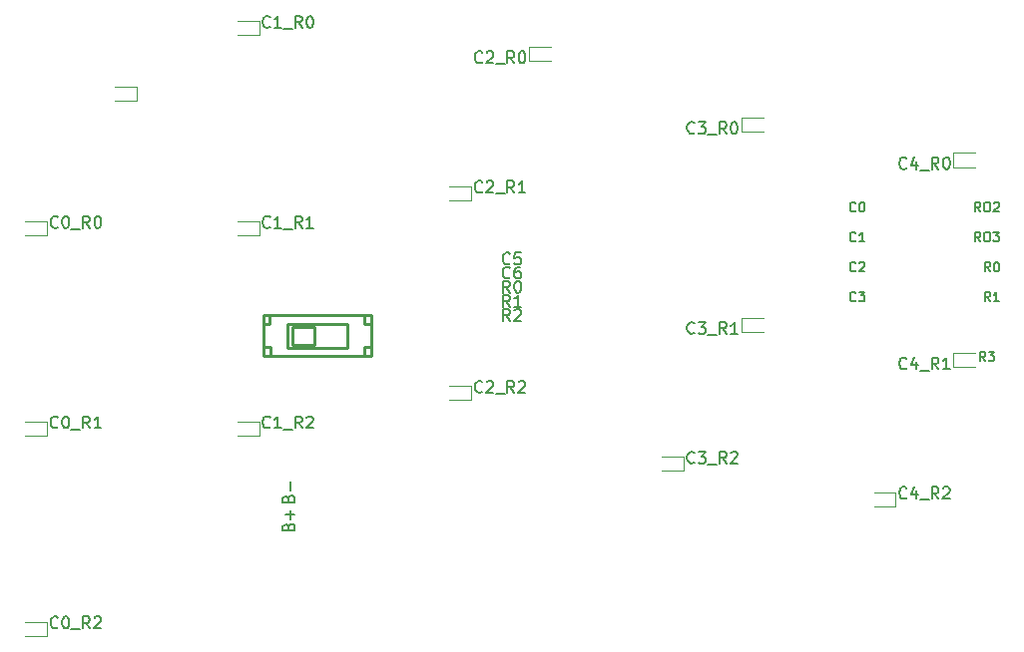
<source format=gbr>
%TF.GenerationSoftware,KiCad,Pcbnew,(7.0.0-0)*%
%TF.CreationDate,2023-06-15T15:06:03+08:00*%
%TF.ProjectId,left,6c656674-2e6b-4696-9361-645f70636258,v1.0.0*%
%TF.SameCoordinates,Original*%
%TF.FileFunction,Legend,Bot*%
%TF.FilePolarity,Positive*%
%FSLAX46Y46*%
G04 Gerber Fmt 4.6, Leading zero omitted, Abs format (unit mm)*
G04 Created by KiCad (PCBNEW (7.0.0-0)) date 2023-06-15 15:06:03*
%MOMM*%
%LPD*%
G01*
G04 APERTURE LIST*
%ADD10C,0.150000*%
%ADD11C,0.120000*%
%ADD12C,0.254000*%
G04 APERTURE END LIST*
D10*
%TO.C,S1*%
X70476190Y41727857D02*
X70428571Y41680238D01*
X70428571Y41680238D02*
X70285714Y41632619D01*
X70285714Y41632619D02*
X70190476Y41632619D01*
X70190476Y41632619D02*
X70047619Y41680238D01*
X70047619Y41680238D02*
X69952381Y41775476D01*
X69952381Y41775476D02*
X69904762Y41870714D01*
X69904762Y41870714D02*
X69857143Y42061190D01*
X69857143Y42061190D02*
X69857143Y42204047D01*
X69857143Y42204047D02*
X69904762Y42394523D01*
X69904762Y42394523D02*
X69952381Y42489761D01*
X69952381Y42489761D02*
X70047619Y42585000D01*
X70047619Y42585000D02*
X70190476Y42632619D01*
X70190476Y42632619D02*
X70285714Y42632619D01*
X70285714Y42632619D02*
X70428571Y42585000D01*
X70428571Y42585000D02*
X70476190Y42537380D01*
X71333333Y42299285D02*
X71333333Y41632619D01*
X71095238Y42680238D02*
X70857143Y41965952D01*
X70857143Y41965952D02*
X71476190Y41965952D01*
X71619048Y41537380D02*
X72380952Y41537380D01*
X73190476Y41632619D02*
X72857143Y42108809D01*
X72619048Y41632619D02*
X72619048Y42632619D01*
X72619048Y42632619D02*
X73000000Y42632619D01*
X73000000Y42632619D02*
X73095238Y42585000D01*
X73095238Y42585000D02*
X73142857Y42537380D01*
X73142857Y42537380D02*
X73190476Y42442142D01*
X73190476Y42442142D02*
X73190476Y42299285D01*
X73190476Y42299285D02*
X73142857Y42204047D01*
X73142857Y42204047D02*
X73095238Y42156428D01*
X73095238Y42156428D02*
X73000000Y42108809D01*
X73000000Y42108809D02*
X72619048Y42108809D01*
X73809524Y42632619D02*
X73904762Y42632619D01*
X73904762Y42632619D02*
X74000000Y42585000D01*
X74000000Y42585000D02*
X74047619Y42537380D01*
X74047619Y42537380D02*
X74095238Y42442142D01*
X74095238Y42442142D02*
X74142857Y42251666D01*
X74142857Y42251666D02*
X74142857Y42013571D01*
X74142857Y42013571D02*
X74095238Y41823095D01*
X74095238Y41823095D02*
X74047619Y41727857D01*
X74047619Y41727857D02*
X74000000Y41680238D01*
X74000000Y41680238D02*
X73904762Y41632619D01*
X73904762Y41632619D02*
X73809524Y41632619D01*
X73809524Y41632619D02*
X73714286Y41680238D01*
X73714286Y41680238D02*
X73666667Y41727857D01*
X73666667Y41727857D02*
X73619048Y41823095D01*
X73619048Y41823095D02*
X73571429Y42013571D01*
X73571429Y42013571D02*
X73571429Y42251666D01*
X73571429Y42251666D02*
X73619048Y42442142D01*
X73619048Y42442142D02*
X73666667Y42537380D01*
X73666667Y42537380D02*
X73714286Y42585000D01*
X73714286Y42585000D02*
X73809524Y42632619D01*
%TO.C,S2*%
X70476190Y24727857D02*
X70428571Y24680238D01*
X70428571Y24680238D02*
X70285714Y24632619D01*
X70285714Y24632619D02*
X70190476Y24632619D01*
X70190476Y24632619D02*
X70047619Y24680238D01*
X70047619Y24680238D02*
X69952381Y24775476D01*
X69952381Y24775476D02*
X69904762Y24870714D01*
X69904762Y24870714D02*
X69857143Y25061190D01*
X69857143Y25061190D02*
X69857143Y25204047D01*
X69857143Y25204047D02*
X69904762Y25394523D01*
X69904762Y25394523D02*
X69952381Y25489761D01*
X69952381Y25489761D02*
X70047619Y25585000D01*
X70047619Y25585000D02*
X70190476Y25632619D01*
X70190476Y25632619D02*
X70285714Y25632619D01*
X70285714Y25632619D02*
X70428571Y25585000D01*
X70428571Y25585000D02*
X70476190Y25537380D01*
X71333333Y25299285D02*
X71333333Y24632619D01*
X71095238Y25680238D02*
X70857143Y24965952D01*
X70857143Y24965952D02*
X71476190Y24965952D01*
X71619048Y24537380D02*
X72380952Y24537380D01*
X73190476Y24632619D02*
X72857143Y25108809D01*
X72619048Y24632619D02*
X72619048Y25632619D01*
X72619048Y25632619D02*
X73000000Y25632619D01*
X73000000Y25632619D02*
X73095238Y25585000D01*
X73095238Y25585000D02*
X73142857Y25537380D01*
X73142857Y25537380D02*
X73190476Y25442142D01*
X73190476Y25442142D02*
X73190476Y25299285D01*
X73190476Y25299285D02*
X73142857Y25204047D01*
X73142857Y25204047D02*
X73095238Y25156428D01*
X73095238Y25156428D02*
X73000000Y25108809D01*
X73000000Y25108809D02*
X72619048Y25108809D01*
X74142857Y24632619D02*
X73571429Y24632619D01*
X73857143Y24632619D02*
X73857143Y25632619D01*
X73857143Y25632619D02*
X73761905Y25489761D01*
X73761905Y25489761D02*
X73666667Y25394523D01*
X73666667Y25394523D02*
X73571429Y25346904D01*
%TO.C,MCU1*%
X66166667Y38092285D02*
X66128571Y38054190D01*
X66128571Y38054190D02*
X66014286Y38016095D01*
X66014286Y38016095D02*
X65938095Y38016095D01*
X65938095Y38016095D02*
X65823809Y38054190D01*
X65823809Y38054190D02*
X65747619Y38130380D01*
X65747619Y38130380D02*
X65709524Y38206571D01*
X65709524Y38206571D02*
X65671428Y38358952D01*
X65671428Y38358952D02*
X65671428Y38473238D01*
X65671428Y38473238D02*
X65709524Y38625619D01*
X65709524Y38625619D02*
X65747619Y38701809D01*
X65747619Y38701809D02*
X65823809Y38778000D01*
X65823809Y38778000D02*
X65938095Y38816095D01*
X65938095Y38816095D02*
X66014286Y38816095D01*
X66014286Y38816095D02*
X66128571Y38778000D01*
X66128571Y38778000D02*
X66166667Y38739904D01*
X66661905Y38816095D02*
X66738095Y38816095D01*
X66738095Y38816095D02*
X66814286Y38778000D01*
X66814286Y38778000D02*
X66852381Y38739904D01*
X66852381Y38739904D02*
X66890476Y38663714D01*
X66890476Y38663714D02*
X66928571Y38511333D01*
X66928571Y38511333D02*
X66928571Y38320857D01*
X66928571Y38320857D02*
X66890476Y38168476D01*
X66890476Y38168476D02*
X66852381Y38092285D01*
X66852381Y38092285D02*
X66814286Y38054190D01*
X66814286Y38054190D02*
X66738095Y38016095D01*
X66738095Y38016095D02*
X66661905Y38016095D01*
X66661905Y38016095D02*
X66585714Y38054190D01*
X66585714Y38054190D02*
X66547619Y38092285D01*
X66547619Y38092285D02*
X66509524Y38168476D01*
X66509524Y38168476D02*
X66471428Y38320857D01*
X66471428Y38320857D02*
X66471428Y38511333D01*
X66471428Y38511333D02*
X66509524Y38663714D01*
X66509524Y38663714D02*
X66547619Y38739904D01*
X66547619Y38739904D02*
X66585714Y38778000D01*
X66585714Y38778000D02*
X66661905Y38816095D01*
X66166667Y35552285D02*
X66128571Y35514190D01*
X66128571Y35514190D02*
X66014286Y35476095D01*
X66014286Y35476095D02*
X65938095Y35476095D01*
X65938095Y35476095D02*
X65823809Y35514190D01*
X65823809Y35514190D02*
X65747619Y35590380D01*
X65747619Y35590380D02*
X65709524Y35666571D01*
X65709524Y35666571D02*
X65671428Y35818952D01*
X65671428Y35818952D02*
X65671428Y35933238D01*
X65671428Y35933238D02*
X65709524Y36085619D01*
X65709524Y36085619D02*
X65747619Y36161809D01*
X65747619Y36161809D02*
X65823809Y36238000D01*
X65823809Y36238000D02*
X65938095Y36276095D01*
X65938095Y36276095D02*
X66014286Y36276095D01*
X66014286Y36276095D02*
X66128571Y36238000D01*
X66128571Y36238000D02*
X66166667Y36199904D01*
X66928571Y35476095D02*
X66471428Y35476095D01*
X66700000Y35476095D02*
X66700000Y36276095D01*
X66700000Y36276095D02*
X66623809Y36161809D01*
X66623809Y36161809D02*
X66547619Y36085619D01*
X66547619Y36085619D02*
X66471428Y36047523D01*
X66166667Y33012285D02*
X66128571Y32974190D01*
X66128571Y32974190D02*
X66014286Y32936095D01*
X66014286Y32936095D02*
X65938095Y32936095D01*
X65938095Y32936095D02*
X65823809Y32974190D01*
X65823809Y32974190D02*
X65747619Y33050380D01*
X65747619Y33050380D02*
X65709524Y33126571D01*
X65709524Y33126571D02*
X65671428Y33278952D01*
X65671428Y33278952D02*
X65671428Y33393238D01*
X65671428Y33393238D02*
X65709524Y33545619D01*
X65709524Y33545619D02*
X65747619Y33621809D01*
X65747619Y33621809D02*
X65823809Y33698000D01*
X65823809Y33698000D02*
X65938095Y33736095D01*
X65938095Y33736095D02*
X66014286Y33736095D01*
X66014286Y33736095D02*
X66128571Y33698000D01*
X66128571Y33698000D02*
X66166667Y33659904D01*
X66471428Y33659904D02*
X66509524Y33698000D01*
X66509524Y33698000D02*
X66585714Y33736095D01*
X66585714Y33736095D02*
X66776190Y33736095D01*
X66776190Y33736095D02*
X66852381Y33698000D01*
X66852381Y33698000D02*
X66890476Y33659904D01*
X66890476Y33659904D02*
X66928571Y33583714D01*
X66928571Y33583714D02*
X66928571Y33507523D01*
X66928571Y33507523D02*
X66890476Y33393238D01*
X66890476Y33393238D02*
X66433333Y32936095D01*
X66433333Y32936095D02*
X66928571Y32936095D01*
X66166667Y30472285D02*
X66128571Y30434190D01*
X66128571Y30434190D02*
X66014286Y30396095D01*
X66014286Y30396095D02*
X65938095Y30396095D01*
X65938095Y30396095D02*
X65823809Y30434190D01*
X65823809Y30434190D02*
X65747619Y30510380D01*
X65747619Y30510380D02*
X65709524Y30586571D01*
X65709524Y30586571D02*
X65671428Y30738952D01*
X65671428Y30738952D02*
X65671428Y30853238D01*
X65671428Y30853238D02*
X65709524Y31005619D01*
X65709524Y31005619D02*
X65747619Y31081809D01*
X65747619Y31081809D02*
X65823809Y31158000D01*
X65823809Y31158000D02*
X65938095Y31196095D01*
X65938095Y31196095D02*
X66014286Y31196095D01*
X66014286Y31196095D02*
X66128571Y31158000D01*
X66128571Y31158000D02*
X66166667Y31119904D01*
X66433333Y31196095D02*
X66928571Y31196095D01*
X66928571Y31196095D02*
X66661905Y30891333D01*
X66661905Y30891333D02*
X66776190Y30891333D01*
X66776190Y30891333D02*
X66852381Y30853238D01*
X66852381Y30853238D02*
X66890476Y30815142D01*
X66890476Y30815142D02*
X66928571Y30738952D01*
X66928571Y30738952D02*
X66928571Y30548476D01*
X66928571Y30548476D02*
X66890476Y30472285D01*
X66890476Y30472285D02*
X66852381Y30434190D01*
X66852381Y30434190D02*
X66776190Y30396095D01*
X66776190Y30396095D02*
X66547619Y30396095D01*
X66547619Y30396095D02*
X66471428Y30434190D01*
X66471428Y30434190D02*
X66433333Y30472285D01*
X76747619Y38016095D02*
X76480952Y38397047D01*
X76290476Y38016095D02*
X76290476Y38816095D01*
X76290476Y38816095D02*
X76595238Y38816095D01*
X76595238Y38816095D02*
X76671428Y38778000D01*
X76671428Y38778000D02*
X76709523Y38739904D01*
X76709523Y38739904D02*
X76747619Y38663714D01*
X76747619Y38663714D02*
X76747619Y38549428D01*
X76747619Y38549428D02*
X76709523Y38473238D01*
X76709523Y38473238D02*
X76671428Y38435142D01*
X76671428Y38435142D02*
X76595238Y38397047D01*
X76595238Y38397047D02*
X76290476Y38397047D01*
X77242857Y38816095D02*
X77395238Y38816095D01*
X77395238Y38816095D02*
X77471428Y38778000D01*
X77471428Y38778000D02*
X77547619Y38701809D01*
X77547619Y38701809D02*
X77585714Y38549428D01*
X77585714Y38549428D02*
X77585714Y38282761D01*
X77585714Y38282761D02*
X77547619Y38130380D01*
X77547619Y38130380D02*
X77471428Y38054190D01*
X77471428Y38054190D02*
X77395238Y38016095D01*
X77395238Y38016095D02*
X77242857Y38016095D01*
X77242857Y38016095D02*
X77166666Y38054190D01*
X77166666Y38054190D02*
X77090476Y38130380D01*
X77090476Y38130380D02*
X77052380Y38282761D01*
X77052380Y38282761D02*
X77052380Y38549428D01*
X77052380Y38549428D02*
X77090476Y38701809D01*
X77090476Y38701809D02*
X77166666Y38778000D01*
X77166666Y38778000D02*
X77242857Y38816095D01*
X77890475Y38739904D02*
X77928571Y38778000D01*
X77928571Y38778000D02*
X78004761Y38816095D01*
X78004761Y38816095D02*
X78195237Y38816095D01*
X78195237Y38816095D02*
X78271428Y38778000D01*
X78271428Y38778000D02*
X78309523Y38739904D01*
X78309523Y38739904D02*
X78347618Y38663714D01*
X78347618Y38663714D02*
X78347618Y38587523D01*
X78347618Y38587523D02*
X78309523Y38473238D01*
X78309523Y38473238D02*
X77852380Y38016095D01*
X77852380Y38016095D02*
X78347618Y38016095D01*
X76747619Y35476095D02*
X76480952Y35857047D01*
X76290476Y35476095D02*
X76290476Y36276095D01*
X76290476Y36276095D02*
X76595238Y36276095D01*
X76595238Y36276095D02*
X76671428Y36238000D01*
X76671428Y36238000D02*
X76709523Y36199904D01*
X76709523Y36199904D02*
X76747619Y36123714D01*
X76747619Y36123714D02*
X76747619Y36009428D01*
X76747619Y36009428D02*
X76709523Y35933238D01*
X76709523Y35933238D02*
X76671428Y35895142D01*
X76671428Y35895142D02*
X76595238Y35857047D01*
X76595238Y35857047D02*
X76290476Y35857047D01*
X77242857Y36276095D02*
X77395238Y36276095D01*
X77395238Y36276095D02*
X77471428Y36238000D01*
X77471428Y36238000D02*
X77547619Y36161809D01*
X77547619Y36161809D02*
X77585714Y36009428D01*
X77585714Y36009428D02*
X77585714Y35742761D01*
X77585714Y35742761D02*
X77547619Y35590380D01*
X77547619Y35590380D02*
X77471428Y35514190D01*
X77471428Y35514190D02*
X77395238Y35476095D01*
X77395238Y35476095D02*
X77242857Y35476095D01*
X77242857Y35476095D02*
X77166666Y35514190D01*
X77166666Y35514190D02*
X77090476Y35590380D01*
X77090476Y35590380D02*
X77052380Y35742761D01*
X77052380Y35742761D02*
X77052380Y36009428D01*
X77052380Y36009428D02*
X77090476Y36161809D01*
X77090476Y36161809D02*
X77166666Y36238000D01*
X77166666Y36238000D02*
X77242857Y36276095D01*
X77852380Y36276095D02*
X78347618Y36276095D01*
X78347618Y36276095D02*
X78080952Y35971333D01*
X78080952Y35971333D02*
X78195237Y35971333D01*
X78195237Y35971333D02*
X78271428Y35933238D01*
X78271428Y35933238D02*
X78309523Y35895142D01*
X78309523Y35895142D02*
X78347618Y35818952D01*
X78347618Y35818952D02*
X78347618Y35628476D01*
X78347618Y35628476D02*
X78309523Y35552285D01*
X78309523Y35552285D02*
X78271428Y35514190D01*
X78271428Y35514190D02*
X78195237Y35476095D01*
X78195237Y35476095D02*
X77966666Y35476095D01*
X77966666Y35476095D02*
X77890475Y35514190D01*
X77890475Y35514190D02*
X77852380Y35552285D01*
X77566667Y32936095D02*
X77300000Y33317047D01*
X77109524Y32936095D02*
X77109524Y33736095D01*
X77109524Y33736095D02*
X77414286Y33736095D01*
X77414286Y33736095D02*
X77490476Y33698000D01*
X77490476Y33698000D02*
X77528571Y33659904D01*
X77528571Y33659904D02*
X77566667Y33583714D01*
X77566667Y33583714D02*
X77566667Y33469428D01*
X77566667Y33469428D02*
X77528571Y33393238D01*
X77528571Y33393238D02*
X77490476Y33355142D01*
X77490476Y33355142D02*
X77414286Y33317047D01*
X77414286Y33317047D02*
X77109524Y33317047D01*
X78061905Y33736095D02*
X78138095Y33736095D01*
X78138095Y33736095D02*
X78214286Y33698000D01*
X78214286Y33698000D02*
X78252381Y33659904D01*
X78252381Y33659904D02*
X78290476Y33583714D01*
X78290476Y33583714D02*
X78328571Y33431333D01*
X78328571Y33431333D02*
X78328571Y33240857D01*
X78328571Y33240857D02*
X78290476Y33088476D01*
X78290476Y33088476D02*
X78252381Y33012285D01*
X78252381Y33012285D02*
X78214286Y32974190D01*
X78214286Y32974190D02*
X78138095Y32936095D01*
X78138095Y32936095D02*
X78061905Y32936095D01*
X78061905Y32936095D02*
X77985714Y32974190D01*
X77985714Y32974190D02*
X77947619Y33012285D01*
X77947619Y33012285D02*
X77909524Y33088476D01*
X77909524Y33088476D02*
X77871428Y33240857D01*
X77871428Y33240857D02*
X77871428Y33431333D01*
X77871428Y33431333D02*
X77909524Y33583714D01*
X77909524Y33583714D02*
X77947619Y33659904D01*
X77947619Y33659904D02*
X77985714Y33698000D01*
X77985714Y33698000D02*
X78061905Y33736095D01*
X77566667Y30396095D02*
X77300000Y30777047D01*
X77109524Y30396095D02*
X77109524Y31196095D01*
X77109524Y31196095D02*
X77414286Y31196095D01*
X77414286Y31196095D02*
X77490476Y31158000D01*
X77490476Y31158000D02*
X77528571Y31119904D01*
X77528571Y31119904D02*
X77566667Y31043714D01*
X77566667Y31043714D02*
X77566667Y30929428D01*
X77566667Y30929428D02*
X77528571Y30853238D01*
X77528571Y30853238D02*
X77490476Y30815142D01*
X77490476Y30815142D02*
X77414286Y30777047D01*
X77414286Y30777047D02*
X77109524Y30777047D01*
X78328571Y30396095D02*
X77871428Y30396095D01*
X78100000Y30396095D02*
X78100000Y31196095D01*
X78100000Y31196095D02*
X78023809Y31081809D01*
X78023809Y31081809D02*
X77947619Y31005619D01*
X77947619Y31005619D02*
X77871428Y30967523D01*
X77166667Y25316095D02*
X76900000Y25697047D01*
X76709524Y25316095D02*
X76709524Y26116095D01*
X76709524Y26116095D02*
X77014286Y26116095D01*
X77014286Y26116095D02*
X77090476Y26078000D01*
X77090476Y26078000D02*
X77128571Y26039904D01*
X77128571Y26039904D02*
X77166667Y25963714D01*
X77166667Y25963714D02*
X77166667Y25849428D01*
X77166667Y25849428D02*
X77128571Y25773238D01*
X77128571Y25773238D02*
X77090476Y25735142D01*
X77090476Y25735142D02*
X77014286Y25697047D01*
X77014286Y25697047D02*
X76709524Y25697047D01*
X77433333Y26116095D02*
X77928571Y26116095D01*
X77928571Y26116095D02*
X77661905Y25811333D01*
X77661905Y25811333D02*
X77776190Y25811333D01*
X77776190Y25811333D02*
X77852381Y25773238D01*
X77852381Y25773238D02*
X77890476Y25735142D01*
X77890476Y25735142D02*
X77928571Y25658952D01*
X77928571Y25658952D02*
X77928571Y25468476D01*
X77928571Y25468476D02*
X77890476Y25392285D01*
X77890476Y25392285D02*
X77852381Y25354190D01*
X77852381Y25354190D02*
X77776190Y25316095D01*
X77776190Y25316095D02*
X77547619Y25316095D01*
X77547619Y25316095D02*
X77471428Y25354190D01*
X77471428Y25354190D02*
X77433333Y25392285D01*
%TO.C,JB1*%
X18043571Y11252381D02*
X18091190Y11395238D01*
X18091190Y11395238D02*
X18138809Y11442857D01*
X18138809Y11442857D02*
X18234047Y11490476D01*
X18234047Y11490476D02*
X18376904Y11490476D01*
X18376904Y11490476D02*
X18472142Y11442857D01*
X18472142Y11442857D02*
X18519761Y11395238D01*
X18519761Y11395238D02*
X18567380Y11300000D01*
X18567380Y11300000D02*
X18567380Y10919048D01*
X18567380Y10919048D02*
X17567380Y10919048D01*
X17567380Y10919048D02*
X17567380Y11252381D01*
X17567380Y11252381D02*
X17615000Y11347619D01*
X17615000Y11347619D02*
X17662619Y11395238D01*
X17662619Y11395238D02*
X17757857Y11442857D01*
X17757857Y11442857D02*
X17853095Y11442857D01*
X17853095Y11442857D02*
X17948333Y11395238D01*
X17948333Y11395238D02*
X17995952Y11347619D01*
X17995952Y11347619D02*
X18043571Y11252381D01*
X18043571Y11252381D02*
X18043571Y10919048D01*
X18186428Y11919048D02*
X18186428Y12680953D01*
X18567380Y12300000D02*
X17805476Y12300000D01*
X18043571Y13652381D02*
X18091190Y13795238D01*
X18091190Y13795238D02*
X18138809Y13842857D01*
X18138809Y13842857D02*
X18234047Y13890476D01*
X18234047Y13890476D02*
X18376904Y13890476D01*
X18376904Y13890476D02*
X18472142Y13842857D01*
X18472142Y13842857D02*
X18519761Y13795238D01*
X18519761Y13795238D02*
X18567380Y13700000D01*
X18567380Y13700000D02*
X18567380Y13319048D01*
X18567380Y13319048D02*
X17567380Y13319048D01*
X17567380Y13319048D02*
X17567380Y13652381D01*
X17567380Y13652381D02*
X17615000Y13747619D01*
X17615000Y13747619D02*
X17662619Y13795238D01*
X17662619Y13795238D02*
X17757857Y13842857D01*
X17757857Y13842857D02*
X17853095Y13842857D01*
X17853095Y13842857D02*
X17948333Y13795238D01*
X17948333Y13795238D02*
X17995952Y13747619D01*
X17995952Y13747619D02*
X18043571Y13652381D01*
X18043571Y13652381D02*
X18043571Y13319048D01*
X18186428Y14319048D02*
X18186428Y15080953D01*
%TO.C,JC1*%
X36833333Y28732619D02*
X36500000Y29208809D01*
X36261905Y28732619D02*
X36261905Y29732619D01*
X36261905Y29732619D02*
X36642857Y29732619D01*
X36642857Y29732619D02*
X36738095Y29685000D01*
X36738095Y29685000D02*
X36785714Y29637380D01*
X36785714Y29637380D02*
X36833333Y29542142D01*
X36833333Y29542142D02*
X36833333Y29399285D01*
X36833333Y29399285D02*
X36785714Y29304047D01*
X36785714Y29304047D02*
X36738095Y29256428D01*
X36738095Y29256428D02*
X36642857Y29208809D01*
X36642857Y29208809D02*
X36261905Y29208809D01*
X37214286Y29637380D02*
X37261905Y29685000D01*
X37261905Y29685000D02*
X37357143Y29732619D01*
X37357143Y29732619D02*
X37595238Y29732619D01*
X37595238Y29732619D02*
X37690476Y29685000D01*
X37690476Y29685000D02*
X37738095Y29637380D01*
X37738095Y29637380D02*
X37785714Y29542142D01*
X37785714Y29542142D02*
X37785714Y29446904D01*
X37785714Y29446904D02*
X37738095Y29304047D01*
X37738095Y29304047D02*
X37166667Y28732619D01*
X37166667Y28732619D02*
X37785714Y28732619D01*
X36833333Y29932619D02*
X36500000Y30408809D01*
X36261905Y29932619D02*
X36261905Y30932619D01*
X36261905Y30932619D02*
X36642857Y30932619D01*
X36642857Y30932619D02*
X36738095Y30885000D01*
X36738095Y30885000D02*
X36785714Y30837380D01*
X36785714Y30837380D02*
X36833333Y30742142D01*
X36833333Y30742142D02*
X36833333Y30599285D01*
X36833333Y30599285D02*
X36785714Y30504047D01*
X36785714Y30504047D02*
X36738095Y30456428D01*
X36738095Y30456428D02*
X36642857Y30408809D01*
X36642857Y30408809D02*
X36261905Y30408809D01*
X37785714Y29932619D02*
X37214286Y29932619D01*
X37500000Y29932619D02*
X37500000Y30932619D01*
X37500000Y30932619D02*
X37404762Y30789761D01*
X37404762Y30789761D02*
X37309524Y30694523D01*
X37309524Y30694523D02*
X37214286Y30646904D01*
X36833333Y31132619D02*
X36500000Y31608809D01*
X36261905Y31132619D02*
X36261905Y32132619D01*
X36261905Y32132619D02*
X36642857Y32132619D01*
X36642857Y32132619D02*
X36738095Y32085000D01*
X36738095Y32085000D02*
X36785714Y32037380D01*
X36785714Y32037380D02*
X36833333Y31942142D01*
X36833333Y31942142D02*
X36833333Y31799285D01*
X36833333Y31799285D02*
X36785714Y31704047D01*
X36785714Y31704047D02*
X36738095Y31656428D01*
X36738095Y31656428D02*
X36642857Y31608809D01*
X36642857Y31608809D02*
X36261905Y31608809D01*
X37452381Y32132619D02*
X37547619Y32132619D01*
X37547619Y32132619D02*
X37642857Y32085000D01*
X37642857Y32085000D02*
X37690476Y32037380D01*
X37690476Y32037380D02*
X37738095Y31942142D01*
X37738095Y31942142D02*
X37785714Y31751666D01*
X37785714Y31751666D02*
X37785714Y31513571D01*
X37785714Y31513571D02*
X37738095Y31323095D01*
X37738095Y31323095D02*
X37690476Y31227857D01*
X37690476Y31227857D02*
X37642857Y31180238D01*
X37642857Y31180238D02*
X37547619Y31132619D01*
X37547619Y31132619D02*
X37452381Y31132619D01*
X37452381Y31132619D02*
X37357143Y31180238D01*
X37357143Y31180238D02*
X37309524Y31227857D01*
X37309524Y31227857D02*
X37261905Y31323095D01*
X37261905Y31323095D02*
X37214286Y31513571D01*
X37214286Y31513571D02*
X37214286Y31751666D01*
X37214286Y31751666D02*
X37261905Y31942142D01*
X37261905Y31942142D02*
X37309524Y32037380D01*
X37309524Y32037380D02*
X37357143Y32085000D01*
X37357143Y32085000D02*
X37452381Y32132619D01*
X36833333Y32427857D02*
X36785714Y32380238D01*
X36785714Y32380238D02*
X36642857Y32332619D01*
X36642857Y32332619D02*
X36547619Y32332619D01*
X36547619Y32332619D02*
X36404762Y32380238D01*
X36404762Y32380238D02*
X36309524Y32475476D01*
X36309524Y32475476D02*
X36261905Y32570714D01*
X36261905Y32570714D02*
X36214286Y32761190D01*
X36214286Y32761190D02*
X36214286Y32904047D01*
X36214286Y32904047D02*
X36261905Y33094523D01*
X36261905Y33094523D02*
X36309524Y33189761D01*
X36309524Y33189761D02*
X36404762Y33285000D01*
X36404762Y33285000D02*
X36547619Y33332619D01*
X36547619Y33332619D02*
X36642857Y33332619D01*
X36642857Y33332619D02*
X36785714Y33285000D01*
X36785714Y33285000D02*
X36833333Y33237380D01*
X37690476Y33332619D02*
X37500000Y33332619D01*
X37500000Y33332619D02*
X37404762Y33285000D01*
X37404762Y33285000D02*
X37357143Y33237380D01*
X37357143Y33237380D02*
X37261905Y33094523D01*
X37261905Y33094523D02*
X37214286Y32904047D01*
X37214286Y32904047D02*
X37214286Y32523095D01*
X37214286Y32523095D02*
X37261905Y32427857D01*
X37261905Y32427857D02*
X37309524Y32380238D01*
X37309524Y32380238D02*
X37404762Y32332619D01*
X37404762Y32332619D02*
X37595238Y32332619D01*
X37595238Y32332619D02*
X37690476Y32380238D01*
X37690476Y32380238D02*
X37738095Y32427857D01*
X37738095Y32427857D02*
X37785714Y32523095D01*
X37785714Y32523095D02*
X37785714Y32761190D01*
X37785714Y32761190D02*
X37738095Y32856428D01*
X37738095Y32856428D02*
X37690476Y32904047D01*
X37690476Y32904047D02*
X37595238Y32951666D01*
X37595238Y32951666D02*
X37404762Y32951666D01*
X37404762Y32951666D02*
X37309524Y32904047D01*
X37309524Y32904047D02*
X37261905Y32856428D01*
X37261905Y32856428D02*
X37214286Y32761190D01*
X36833333Y33627857D02*
X36785714Y33580238D01*
X36785714Y33580238D02*
X36642857Y33532619D01*
X36642857Y33532619D02*
X36547619Y33532619D01*
X36547619Y33532619D02*
X36404762Y33580238D01*
X36404762Y33580238D02*
X36309524Y33675476D01*
X36309524Y33675476D02*
X36261905Y33770714D01*
X36261905Y33770714D02*
X36214286Y33961190D01*
X36214286Y33961190D02*
X36214286Y34104047D01*
X36214286Y34104047D02*
X36261905Y34294523D01*
X36261905Y34294523D02*
X36309524Y34389761D01*
X36309524Y34389761D02*
X36404762Y34485000D01*
X36404762Y34485000D02*
X36547619Y34532619D01*
X36547619Y34532619D02*
X36642857Y34532619D01*
X36642857Y34532619D02*
X36785714Y34485000D01*
X36785714Y34485000D02*
X36833333Y34437380D01*
X37738095Y34532619D02*
X37261905Y34532619D01*
X37261905Y34532619D02*
X37214286Y34056428D01*
X37214286Y34056428D02*
X37261905Y34104047D01*
X37261905Y34104047D02*
X37357143Y34151666D01*
X37357143Y34151666D02*
X37595238Y34151666D01*
X37595238Y34151666D02*
X37690476Y34104047D01*
X37690476Y34104047D02*
X37738095Y34056428D01*
X37738095Y34056428D02*
X37785714Y33961190D01*
X37785714Y33961190D02*
X37785714Y33723095D01*
X37785714Y33723095D02*
X37738095Y33627857D01*
X37738095Y33627857D02*
X37690476Y33580238D01*
X37690476Y33580238D02*
X37595238Y33532619D01*
X37595238Y33532619D02*
X37357143Y33532619D01*
X37357143Y33532619D02*
X37261905Y33580238D01*
X37261905Y33580238D02*
X37214286Y33627857D01*
%TO.C,S3*%
X-1523809Y36727857D02*
X-1571428Y36680238D01*
X-1571428Y36680238D02*
X-1714285Y36632619D01*
X-1714285Y36632619D02*
X-1809523Y36632619D01*
X-1809523Y36632619D02*
X-1952380Y36680238D01*
X-1952380Y36680238D02*
X-2047618Y36775476D01*
X-2047618Y36775476D02*
X-2095237Y36870714D01*
X-2095237Y36870714D02*
X-2142856Y37061190D01*
X-2142856Y37061190D02*
X-2142856Y37204047D01*
X-2142856Y37204047D02*
X-2095237Y37394523D01*
X-2095237Y37394523D02*
X-2047618Y37489761D01*
X-2047618Y37489761D02*
X-1952380Y37585000D01*
X-1952380Y37585000D02*
X-1809523Y37632619D01*
X-1809523Y37632619D02*
X-1714285Y37632619D01*
X-1714285Y37632619D02*
X-1571428Y37585000D01*
X-1571428Y37585000D02*
X-1523809Y37537380D01*
X-904761Y37632619D02*
X-809523Y37632619D01*
X-809523Y37632619D02*
X-714285Y37585000D01*
X-714285Y37585000D02*
X-666666Y37537380D01*
X-666666Y37537380D02*
X-619047Y37442142D01*
X-619047Y37442142D02*
X-571428Y37251666D01*
X-571428Y37251666D02*
X-571428Y37013571D01*
X-571428Y37013571D02*
X-619047Y36823095D01*
X-619047Y36823095D02*
X-666666Y36727857D01*
X-666666Y36727857D02*
X-714285Y36680238D01*
X-714285Y36680238D02*
X-809523Y36632619D01*
X-809523Y36632619D02*
X-904761Y36632619D01*
X-904761Y36632619D02*
X-999999Y36680238D01*
X-999999Y36680238D02*
X-1047618Y36727857D01*
X-1047618Y36727857D02*
X-1095237Y36823095D01*
X-1095237Y36823095D02*
X-1142856Y37013571D01*
X-1142856Y37013571D02*
X-1142856Y37251666D01*
X-1142856Y37251666D02*
X-1095237Y37442142D01*
X-1095237Y37442142D02*
X-1047618Y37537380D01*
X-1047618Y37537380D02*
X-999999Y37585000D01*
X-999999Y37585000D02*
X-904761Y37632619D01*
X-380952Y36537380D02*
X380952Y36537380D01*
X1190476Y36632619D02*
X857143Y37108809D01*
X619048Y36632619D02*
X619048Y37632619D01*
X619048Y37632619D02*
X1000000Y37632619D01*
X1000000Y37632619D02*
X1095238Y37585000D01*
X1095238Y37585000D02*
X1142857Y37537380D01*
X1142857Y37537380D02*
X1190476Y37442142D01*
X1190476Y37442142D02*
X1190476Y37299285D01*
X1190476Y37299285D02*
X1142857Y37204047D01*
X1142857Y37204047D02*
X1095238Y37156428D01*
X1095238Y37156428D02*
X1000000Y37108809D01*
X1000000Y37108809D02*
X619048Y37108809D01*
X1809524Y37632619D02*
X1904762Y37632619D01*
X1904762Y37632619D02*
X2000000Y37585000D01*
X2000000Y37585000D02*
X2047619Y37537380D01*
X2047619Y37537380D02*
X2095238Y37442142D01*
X2095238Y37442142D02*
X2142857Y37251666D01*
X2142857Y37251666D02*
X2142857Y37013571D01*
X2142857Y37013571D02*
X2095238Y36823095D01*
X2095238Y36823095D02*
X2047619Y36727857D01*
X2047619Y36727857D02*
X2000000Y36680238D01*
X2000000Y36680238D02*
X1904762Y36632619D01*
X1904762Y36632619D02*
X1809524Y36632619D01*
X1809524Y36632619D02*
X1714286Y36680238D01*
X1714286Y36680238D02*
X1666667Y36727857D01*
X1666667Y36727857D02*
X1619048Y36823095D01*
X1619048Y36823095D02*
X1571429Y37013571D01*
X1571429Y37013571D02*
X1571429Y37251666D01*
X1571429Y37251666D02*
X1619048Y37442142D01*
X1619048Y37442142D02*
X1666667Y37537380D01*
X1666667Y37537380D02*
X1714286Y37585000D01*
X1714286Y37585000D02*
X1809524Y37632619D01*
%TO.C,S4*%
X-1523809Y19727857D02*
X-1571428Y19680238D01*
X-1571428Y19680238D02*
X-1714285Y19632619D01*
X-1714285Y19632619D02*
X-1809523Y19632619D01*
X-1809523Y19632619D02*
X-1952380Y19680238D01*
X-1952380Y19680238D02*
X-2047618Y19775476D01*
X-2047618Y19775476D02*
X-2095237Y19870714D01*
X-2095237Y19870714D02*
X-2142856Y20061190D01*
X-2142856Y20061190D02*
X-2142856Y20204047D01*
X-2142856Y20204047D02*
X-2095237Y20394523D01*
X-2095237Y20394523D02*
X-2047618Y20489761D01*
X-2047618Y20489761D02*
X-1952380Y20585000D01*
X-1952380Y20585000D02*
X-1809523Y20632619D01*
X-1809523Y20632619D02*
X-1714285Y20632619D01*
X-1714285Y20632619D02*
X-1571428Y20585000D01*
X-1571428Y20585000D02*
X-1523809Y20537380D01*
X-904761Y20632619D02*
X-809523Y20632619D01*
X-809523Y20632619D02*
X-714285Y20585000D01*
X-714285Y20585000D02*
X-666666Y20537380D01*
X-666666Y20537380D02*
X-619047Y20442142D01*
X-619047Y20442142D02*
X-571428Y20251666D01*
X-571428Y20251666D02*
X-571428Y20013571D01*
X-571428Y20013571D02*
X-619047Y19823095D01*
X-619047Y19823095D02*
X-666666Y19727857D01*
X-666666Y19727857D02*
X-714285Y19680238D01*
X-714285Y19680238D02*
X-809523Y19632619D01*
X-809523Y19632619D02*
X-904761Y19632619D01*
X-904761Y19632619D02*
X-999999Y19680238D01*
X-999999Y19680238D02*
X-1047618Y19727857D01*
X-1047618Y19727857D02*
X-1095237Y19823095D01*
X-1095237Y19823095D02*
X-1142856Y20013571D01*
X-1142856Y20013571D02*
X-1142856Y20251666D01*
X-1142856Y20251666D02*
X-1095237Y20442142D01*
X-1095237Y20442142D02*
X-1047618Y20537380D01*
X-1047618Y20537380D02*
X-999999Y20585000D01*
X-999999Y20585000D02*
X-904761Y20632619D01*
X-380952Y19537380D02*
X380952Y19537380D01*
X1190476Y19632619D02*
X857143Y20108809D01*
X619048Y19632619D02*
X619048Y20632619D01*
X619048Y20632619D02*
X1000000Y20632619D01*
X1000000Y20632619D02*
X1095238Y20585000D01*
X1095238Y20585000D02*
X1142857Y20537380D01*
X1142857Y20537380D02*
X1190476Y20442142D01*
X1190476Y20442142D02*
X1190476Y20299285D01*
X1190476Y20299285D02*
X1142857Y20204047D01*
X1142857Y20204047D02*
X1095238Y20156428D01*
X1095238Y20156428D02*
X1000000Y20108809D01*
X1000000Y20108809D02*
X619048Y20108809D01*
X2142857Y19632619D02*
X1571429Y19632619D01*
X1857143Y19632619D02*
X1857143Y20632619D01*
X1857143Y20632619D02*
X1761905Y20489761D01*
X1761905Y20489761D02*
X1666667Y20394523D01*
X1666667Y20394523D02*
X1571429Y20346904D01*
%TO.C,S5*%
X-1523809Y2727857D02*
X-1571428Y2680238D01*
X-1571428Y2680238D02*
X-1714285Y2632619D01*
X-1714285Y2632619D02*
X-1809523Y2632619D01*
X-1809523Y2632619D02*
X-1952380Y2680238D01*
X-1952380Y2680238D02*
X-2047618Y2775476D01*
X-2047618Y2775476D02*
X-2095237Y2870714D01*
X-2095237Y2870714D02*
X-2142856Y3061190D01*
X-2142856Y3061190D02*
X-2142856Y3204047D01*
X-2142856Y3204047D02*
X-2095237Y3394523D01*
X-2095237Y3394523D02*
X-2047618Y3489761D01*
X-2047618Y3489761D02*
X-1952380Y3585000D01*
X-1952380Y3585000D02*
X-1809523Y3632619D01*
X-1809523Y3632619D02*
X-1714285Y3632619D01*
X-1714285Y3632619D02*
X-1571428Y3585000D01*
X-1571428Y3585000D02*
X-1523809Y3537380D01*
X-904761Y3632619D02*
X-809523Y3632619D01*
X-809523Y3632619D02*
X-714285Y3585000D01*
X-714285Y3585000D02*
X-666666Y3537380D01*
X-666666Y3537380D02*
X-619047Y3442142D01*
X-619047Y3442142D02*
X-571428Y3251666D01*
X-571428Y3251666D02*
X-571428Y3013571D01*
X-571428Y3013571D02*
X-619047Y2823095D01*
X-619047Y2823095D02*
X-666666Y2727857D01*
X-666666Y2727857D02*
X-714285Y2680238D01*
X-714285Y2680238D02*
X-809523Y2632619D01*
X-809523Y2632619D02*
X-904761Y2632619D01*
X-904761Y2632619D02*
X-999999Y2680238D01*
X-999999Y2680238D02*
X-1047618Y2727857D01*
X-1047618Y2727857D02*
X-1095237Y2823095D01*
X-1095237Y2823095D02*
X-1142856Y3013571D01*
X-1142856Y3013571D02*
X-1142856Y3251666D01*
X-1142856Y3251666D02*
X-1095237Y3442142D01*
X-1095237Y3442142D02*
X-1047618Y3537380D01*
X-1047618Y3537380D02*
X-999999Y3585000D01*
X-999999Y3585000D02*
X-904761Y3632619D01*
X-380952Y2537380D02*
X380952Y2537380D01*
X1190476Y2632619D02*
X857143Y3108809D01*
X619048Y2632619D02*
X619048Y3632619D01*
X619048Y3632619D02*
X1000000Y3632619D01*
X1000000Y3632619D02*
X1095238Y3585000D01*
X1095238Y3585000D02*
X1142857Y3537380D01*
X1142857Y3537380D02*
X1190476Y3442142D01*
X1190476Y3442142D02*
X1190476Y3299285D01*
X1190476Y3299285D02*
X1142857Y3204047D01*
X1142857Y3204047D02*
X1095238Y3156428D01*
X1095238Y3156428D02*
X1000000Y3108809D01*
X1000000Y3108809D02*
X619048Y3108809D01*
X1571429Y3537380D02*
X1619048Y3585000D01*
X1619048Y3585000D02*
X1714286Y3632619D01*
X1714286Y3632619D02*
X1952381Y3632619D01*
X1952381Y3632619D02*
X2047619Y3585000D01*
X2047619Y3585000D02*
X2095238Y3537380D01*
X2095238Y3537380D02*
X2142857Y3442142D01*
X2142857Y3442142D02*
X2142857Y3346904D01*
X2142857Y3346904D02*
X2095238Y3204047D01*
X2095238Y3204047D02*
X1523810Y2632619D01*
X1523810Y2632619D02*
X2142857Y2632619D01*
%TO.C,S6*%
X16476190Y53727857D02*
X16428571Y53680238D01*
X16428571Y53680238D02*
X16285714Y53632619D01*
X16285714Y53632619D02*
X16190476Y53632619D01*
X16190476Y53632619D02*
X16047619Y53680238D01*
X16047619Y53680238D02*
X15952381Y53775476D01*
X15952381Y53775476D02*
X15904762Y53870714D01*
X15904762Y53870714D02*
X15857143Y54061190D01*
X15857143Y54061190D02*
X15857143Y54204047D01*
X15857143Y54204047D02*
X15904762Y54394523D01*
X15904762Y54394523D02*
X15952381Y54489761D01*
X15952381Y54489761D02*
X16047619Y54585000D01*
X16047619Y54585000D02*
X16190476Y54632619D01*
X16190476Y54632619D02*
X16285714Y54632619D01*
X16285714Y54632619D02*
X16428571Y54585000D01*
X16428571Y54585000D02*
X16476190Y54537380D01*
X17428571Y53632619D02*
X16857143Y53632619D01*
X17142857Y53632619D02*
X17142857Y54632619D01*
X17142857Y54632619D02*
X17047619Y54489761D01*
X17047619Y54489761D02*
X16952381Y54394523D01*
X16952381Y54394523D02*
X16857143Y54346904D01*
X17619048Y53537380D02*
X18380952Y53537380D01*
X19190476Y53632619D02*
X18857143Y54108809D01*
X18619048Y53632619D02*
X18619048Y54632619D01*
X18619048Y54632619D02*
X19000000Y54632619D01*
X19000000Y54632619D02*
X19095238Y54585000D01*
X19095238Y54585000D02*
X19142857Y54537380D01*
X19142857Y54537380D02*
X19190476Y54442142D01*
X19190476Y54442142D02*
X19190476Y54299285D01*
X19190476Y54299285D02*
X19142857Y54204047D01*
X19142857Y54204047D02*
X19095238Y54156428D01*
X19095238Y54156428D02*
X19000000Y54108809D01*
X19000000Y54108809D02*
X18619048Y54108809D01*
X19809524Y54632619D02*
X19904762Y54632619D01*
X19904762Y54632619D02*
X20000000Y54585000D01*
X20000000Y54585000D02*
X20047619Y54537380D01*
X20047619Y54537380D02*
X20095238Y54442142D01*
X20095238Y54442142D02*
X20142857Y54251666D01*
X20142857Y54251666D02*
X20142857Y54013571D01*
X20142857Y54013571D02*
X20095238Y53823095D01*
X20095238Y53823095D02*
X20047619Y53727857D01*
X20047619Y53727857D02*
X20000000Y53680238D01*
X20000000Y53680238D02*
X19904762Y53632619D01*
X19904762Y53632619D02*
X19809524Y53632619D01*
X19809524Y53632619D02*
X19714286Y53680238D01*
X19714286Y53680238D02*
X19666667Y53727857D01*
X19666667Y53727857D02*
X19619048Y53823095D01*
X19619048Y53823095D02*
X19571429Y54013571D01*
X19571429Y54013571D02*
X19571429Y54251666D01*
X19571429Y54251666D02*
X19619048Y54442142D01*
X19619048Y54442142D02*
X19666667Y54537380D01*
X19666667Y54537380D02*
X19714286Y54585000D01*
X19714286Y54585000D02*
X19809524Y54632619D01*
%TO.C,S7*%
X16476190Y36727857D02*
X16428571Y36680238D01*
X16428571Y36680238D02*
X16285714Y36632619D01*
X16285714Y36632619D02*
X16190476Y36632619D01*
X16190476Y36632619D02*
X16047619Y36680238D01*
X16047619Y36680238D02*
X15952381Y36775476D01*
X15952381Y36775476D02*
X15904762Y36870714D01*
X15904762Y36870714D02*
X15857143Y37061190D01*
X15857143Y37061190D02*
X15857143Y37204047D01*
X15857143Y37204047D02*
X15904762Y37394523D01*
X15904762Y37394523D02*
X15952381Y37489761D01*
X15952381Y37489761D02*
X16047619Y37585000D01*
X16047619Y37585000D02*
X16190476Y37632619D01*
X16190476Y37632619D02*
X16285714Y37632619D01*
X16285714Y37632619D02*
X16428571Y37585000D01*
X16428571Y37585000D02*
X16476190Y37537380D01*
X17428571Y36632619D02*
X16857143Y36632619D01*
X17142857Y36632619D02*
X17142857Y37632619D01*
X17142857Y37632619D02*
X17047619Y37489761D01*
X17047619Y37489761D02*
X16952381Y37394523D01*
X16952381Y37394523D02*
X16857143Y37346904D01*
X17619048Y36537380D02*
X18380952Y36537380D01*
X19190476Y36632619D02*
X18857143Y37108809D01*
X18619048Y36632619D02*
X18619048Y37632619D01*
X18619048Y37632619D02*
X19000000Y37632619D01*
X19000000Y37632619D02*
X19095238Y37585000D01*
X19095238Y37585000D02*
X19142857Y37537380D01*
X19142857Y37537380D02*
X19190476Y37442142D01*
X19190476Y37442142D02*
X19190476Y37299285D01*
X19190476Y37299285D02*
X19142857Y37204047D01*
X19142857Y37204047D02*
X19095238Y37156428D01*
X19095238Y37156428D02*
X19000000Y37108809D01*
X19000000Y37108809D02*
X18619048Y37108809D01*
X20142857Y36632619D02*
X19571429Y36632619D01*
X19857143Y36632619D02*
X19857143Y37632619D01*
X19857143Y37632619D02*
X19761905Y37489761D01*
X19761905Y37489761D02*
X19666667Y37394523D01*
X19666667Y37394523D02*
X19571429Y37346904D01*
%TO.C,S8*%
X16476190Y19727857D02*
X16428571Y19680238D01*
X16428571Y19680238D02*
X16285714Y19632619D01*
X16285714Y19632619D02*
X16190476Y19632619D01*
X16190476Y19632619D02*
X16047619Y19680238D01*
X16047619Y19680238D02*
X15952381Y19775476D01*
X15952381Y19775476D02*
X15904762Y19870714D01*
X15904762Y19870714D02*
X15857143Y20061190D01*
X15857143Y20061190D02*
X15857143Y20204047D01*
X15857143Y20204047D02*
X15904762Y20394523D01*
X15904762Y20394523D02*
X15952381Y20489761D01*
X15952381Y20489761D02*
X16047619Y20585000D01*
X16047619Y20585000D02*
X16190476Y20632619D01*
X16190476Y20632619D02*
X16285714Y20632619D01*
X16285714Y20632619D02*
X16428571Y20585000D01*
X16428571Y20585000D02*
X16476190Y20537380D01*
X17428571Y19632619D02*
X16857143Y19632619D01*
X17142857Y19632619D02*
X17142857Y20632619D01*
X17142857Y20632619D02*
X17047619Y20489761D01*
X17047619Y20489761D02*
X16952381Y20394523D01*
X16952381Y20394523D02*
X16857143Y20346904D01*
X17619048Y19537380D02*
X18380952Y19537380D01*
X19190476Y19632619D02*
X18857143Y20108809D01*
X18619048Y19632619D02*
X18619048Y20632619D01*
X18619048Y20632619D02*
X19000000Y20632619D01*
X19000000Y20632619D02*
X19095238Y20585000D01*
X19095238Y20585000D02*
X19142857Y20537380D01*
X19142857Y20537380D02*
X19190476Y20442142D01*
X19190476Y20442142D02*
X19190476Y20299285D01*
X19190476Y20299285D02*
X19142857Y20204047D01*
X19142857Y20204047D02*
X19095238Y20156428D01*
X19095238Y20156428D02*
X19000000Y20108809D01*
X19000000Y20108809D02*
X18619048Y20108809D01*
X19571429Y20537380D02*
X19619048Y20585000D01*
X19619048Y20585000D02*
X19714286Y20632619D01*
X19714286Y20632619D02*
X19952381Y20632619D01*
X19952381Y20632619D02*
X20047619Y20585000D01*
X20047619Y20585000D02*
X20095238Y20537380D01*
X20095238Y20537380D02*
X20142857Y20442142D01*
X20142857Y20442142D02*
X20142857Y20346904D01*
X20142857Y20346904D02*
X20095238Y20204047D01*
X20095238Y20204047D02*
X19523810Y19632619D01*
X19523810Y19632619D02*
X20142857Y19632619D01*
%TO.C,S9*%
X34476190Y50727857D02*
X34428571Y50680238D01*
X34428571Y50680238D02*
X34285714Y50632619D01*
X34285714Y50632619D02*
X34190476Y50632619D01*
X34190476Y50632619D02*
X34047619Y50680238D01*
X34047619Y50680238D02*
X33952381Y50775476D01*
X33952381Y50775476D02*
X33904762Y50870714D01*
X33904762Y50870714D02*
X33857143Y51061190D01*
X33857143Y51061190D02*
X33857143Y51204047D01*
X33857143Y51204047D02*
X33904762Y51394523D01*
X33904762Y51394523D02*
X33952381Y51489761D01*
X33952381Y51489761D02*
X34047619Y51585000D01*
X34047619Y51585000D02*
X34190476Y51632619D01*
X34190476Y51632619D02*
X34285714Y51632619D01*
X34285714Y51632619D02*
X34428571Y51585000D01*
X34428571Y51585000D02*
X34476190Y51537380D01*
X34857143Y51537380D02*
X34904762Y51585000D01*
X34904762Y51585000D02*
X35000000Y51632619D01*
X35000000Y51632619D02*
X35238095Y51632619D01*
X35238095Y51632619D02*
X35333333Y51585000D01*
X35333333Y51585000D02*
X35380952Y51537380D01*
X35380952Y51537380D02*
X35428571Y51442142D01*
X35428571Y51442142D02*
X35428571Y51346904D01*
X35428571Y51346904D02*
X35380952Y51204047D01*
X35380952Y51204047D02*
X34809524Y50632619D01*
X34809524Y50632619D02*
X35428571Y50632619D01*
X35619048Y50537380D02*
X36380952Y50537380D01*
X37190476Y50632619D02*
X36857143Y51108809D01*
X36619048Y50632619D02*
X36619048Y51632619D01*
X36619048Y51632619D02*
X37000000Y51632619D01*
X37000000Y51632619D02*
X37095238Y51585000D01*
X37095238Y51585000D02*
X37142857Y51537380D01*
X37142857Y51537380D02*
X37190476Y51442142D01*
X37190476Y51442142D02*
X37190476Y51299285D01*
X37190476Y51299285D02*
X37142857Y51204047D01*
X37142857Y51204047D02*
X37095238Y51156428D01*
X37095238Y51156428D02*
X37000000Y51108809D01*
X37000000Y51108809D02*
X36619048Y51108809D01*
X37809524Y51632619D02*
X37904762Y51632619D01*
X37904762Y51632619D02*
X38000000Y51585000D01*
X38000000Y51585000D02*
X38047619Y51537380D01*
X38047619Y51537380D02*
X38095238Y51442142D01*
X38095238Y51442142D02*
X38142857Y51251666D01*
X38142857Y51251666D02*
X38142857Y51013571D01*
X38142857Y51013571D02*
X38095238Y50823095D01*
X38095238Y50823095D02*
X38047619Y50727857D01*
X38047619Y50727857D02*
X38000000Y50680238D01*
X38000000Y50680238D02*
X37904762Y50632619D01*
X37904762Y50632619D02*
X37809524Y50632619D01*
X37809524Y50632619D02*
X37714286Y50680238D01*
X37714286Y50680238D02*
X37666667Y50727857D01*
X37666667Y50727857D02*
X37619048Y50823095D01*
X37619048Y50823095D02*
X37571429Y51013571D01*
X37571429Y51013571D02*
X37571429Y51251666D01*
X37571429Y51251666D02*
X37619048Y51442142D01*
X37619048Y51442142D02*
X37666667Y51537380D01*
X37666667Y51537380D02*
X37714286Y51585000D01*
X37714286Y51585000D02*
X37809524Y51632619D01*
%TO.C,S10*%
X34476190Y39727857D02*
X34428571Y39680238D01*
X34428571Y39680238D02*
X34285714Y39632619D01*
X34285714Y39632619D02*
X34190476Y39632619D01*
X34190476Y39632619D02*
X34047619Y39680238D01*
X34047619Y39680238D02*
X33952381Y39775476D01*
X33952381Y39775476D02*
X33904762Y39870714D01*
X33904762Y39870714D02*
X33857143Y40061190D01*
X33857143Y40061190D02*
X33857143Y40204047D01*
X33857143Y40204047D02*
X33904762Y40394523D01*
X33904762Y40394523D02*
X33952381Y40489761D01*
X33952381Y40489761D02*
X34047619Y40585000D01*
X34047619Y40585000D02*
X34190476Y40632619D01*
X34190476Y40632619D02*
X34285714Y40632619D01*
X34285714Y40632619D02*
X34428571Y40585000D01*
X34428571Y40585000D02*
X34476190Y40537380D01*
X34857143Y40537380D02*
X34904762Y40585000D01*
X34904762Y40585000D02*
X35000000Y40632619D01*
X35000000Y40632619D02*
X35238095Y40632619D01*
X35238095Y40632619D02*
X35333333Y40585000D01*
X35333333Y40585000D02*
X35380952Y40537380D01*
X35380952Y40537380D02*
X35428571Y40442142D01*
X35428571Y40442142D02*
X35428571Y40346904D01*
X35428571Y40346904D02*
X35380952Y40204047D01*
X35380952Y40204047D02*
X34809524Y39632619D01*
X34809524Y39632619D02*
X35428571Y39632619D01*
X35619048Y39537380D02*
X36380952Y39537380D01*
X37190476Y39632619D02*
X36857143Y40108809D01*
X36619048Y39632619D02*
X36619048Y40632619D01*
X36619048Y40632619D02*
X37000000Y40632619D01*
X37000000Y40632619D02*
X37095238Y40585000D01*
X37095238Y40585000D02*
X37142857Y40537380D01*
X37142857Y40537380D02*
X37190476Y40442142D01*
X37190476Y40442142D02*
X37190476Y40299285D01*
X37190476Y40299285D02*
X37142857Y40204047D01*
X37142857Y40204047D02*
X37095238Y40156428D01*
X37095238Y40156428D02*
X37000000Y40108809D01*
X37000000Y40108809D02*
X36619048Y40108809D01*
X38142857Y39632619D02*
X37571429Y39632619D01*
X37857143Y39632619D02*
X37857143Y40632619D01*
X37857143Y40632619D02*
X37761905Y40489761D01*
X37761905Y40489761D02*
X37666667Y40394523D01*
X37666667Y40394523D02*
X37571429Y40346904D01*
%TO.C,S11*%
X34476190Y22727857D02*
X34428571Y22680238D01*
X34428571Y22680238D02*
X34285714Y22632619D01*
X34285714Y22632619D02*
X34190476Y22632619D01*
X34190476Y22632619D02*
X34047619Y22680238D01*
X34047619Y22680238D02*
X33952381Y22775476D01*
X33952381Y22775476D02*
X33904762Y22870714D01*
X33904762Y22870714D02*
X33857143Y23061190D01*
X33857143Y23061190D02*
X33857143Y23204047D01*
X33857143Y23204047D02*
X33904762Y23394523D01*
X33904762Y23394523D02*
X33952381Y23489761D01*
X33952381Y23489761D02*
X34047619Y23585000D01*
X34047619Y23585000D02*
X34190476Y23632619D01*
X34190476Y23632619D02*
X34285714Y23632619D01*
X34285714Y23632619D02*
X34428571Y23585000D01*
X34428571Y23585000D02*
X34476190Y23537380D01*
X34857143Y23537380D02*
X34904762Y23585000D01*
X34904762Y23585000D02*
X35000000Y23632619D01*
X35000000Y23632619D02*
X35238095Y23632619D01*
X35238095Y23632619D02*
X35333333Y23585000D01*
X35333333Y23585000D02*
X35380952Y23537380D01*
X35380952Y23537380D02*
X35428571Y23442142D01*
X35428571Y23442142D02*
X35428571Y23346904D01*
X35428571Y23346904D02*
X35380952Y23204047D01*
X35380952Y23204047D02*
X34809524Y22632619D01*
X34809524Y22632619D02*
X35428571Y22632619D01*
X35619048Y22537380D02*
X36380952Y22537380D01*
X37190476Y22632619D02*
X36857143Y23108809D01*
X36619048Y22632619D02*
X36619048Y23632619D01*
X36619048Y23632619D02*
X37000000Y23632619D01*
X37000000Y23632619D02*
X37095238Y23585000D01*
X37095238Y23585000D02*
X37142857Y23537380D01*
X37142857Y23537380D02*
X37190476Y23442142D01*
X37190476Y23442142D02*
X37190476Y23299285D01*
X37190476Y23299285D02*
X37142857Y23204047D01*
X37142857Y23204047D02*
X37095238Y23156428D01*
X37095238Y23156428D02*
X37000000Y23108809D01*
X37000000Y23108809D02*
X36619048Y23108809D01*
X37571429Y23537380D02*
X37619048Y23585000D01*
X37619048Y23585000D02*
X37714286Y23632619D01*
X37714286Y23632619D02*
X37952381Y23632619D01*
X37952381Y23632619D02*
X38047619Y23585000D01*
X38047619Y23585000D02*
X38095238Y23537380D01*
X38095238Y23537380D02*
X38142857Y23442142D01*
X38142857Y23442142D02*
X38142857Y23346904D01*
X38142857Y23346904D02*
X38095238Y23204047D01*
X38095238Y23204047D02*
X37523810Y22632619D01*
X37523810Y22632619D02*
X38142857Y22632619D01*
%TO.C,S12*%
X52476190Y44727857D02*
X52428571Y44680238D01*
X52428571Y44680238D02*
X52285714Y44632619D01*
X52285714Y44632619D02*
X52190476Y44632619D01*
X52190476Y44632619D02*
X52047619Y44680238D01*
X52047619Y44680238D02*
X51952381Y44775476D01*
X51952381Y44775476D02*
X51904762Y44870714D01*
X51904762Y44870714D02*
X51857143Y45061190D01*
X51857143Y45061190D02*
X51857143Y45204047D01*
X51857143Y45204047D02*
X51904762Y45394523D01*
X51904762Y45394523D02*
X51952381Y45489761D01*
X51952381Y45489761D02*
X52047619Y45585000D01*
X52047619Y45585000D02*
X52190476Y45632619D01*
X52190476Y45632619D02*
X52285714Y45632619D01*
X52285714Y45632619D02*
X52428571Y45585000D01*
X52428571Y45585000D02*
X52476190Y45537380D01*
X52809524Y45632619D02*
X53428571Y45632619D01*
X53428571Y45632619D02*
X53095238Y45251666D01*
X53095238Y45251666D02*
X53238095Y45251666D01*
X53238095Y45251666D02*
X53333333Y45204047D01*
X53333333Y45204047D02*
X53380952Y45156428D01*
X53380952Y45156428D02*
X53428571Y45061190D01*
X53428571Y45061190D02*
X53428571Y44823095D01*
X53428571Y44823095D02*
X53380952Y44727857D01*
X53380952Y44727857D02*
X53333333Y44680238D01*
X53333333Y44680238D02*
X53238095Y44632619D01*
X53238095Y44632619D02*
X52952381Y44632619D01*
X52952381Y44632619D02*
X52857143Y44680238D01*
X52857143Y44680238D02*
X52809524Y44727857D01*
X53619048Y44537380D02*
X54380952Y44537380D01*
X55190476Y44632619D02*
X54857143Y45108809D01*
X54619048Y44632619D02*
X54619048Y45632619D01*
X54619048Y45632619D02*
X55000000Y45632619D01*
X55000000Y45632619D02*
X55095238Y45585000D01*
X55095238Y45585000D02*
X55142857Y45537380D01*
X55142857Y45537380D02*
X55190476Y45442142D01*
X55190476Y45442142D02*
X55190476Y45299285D01*
X55190476Y45299285D02*
X55142857Y45204047D01*
X55142857Y45204047D02*
X55095238Y45156428D01*
X55095238Y45156428D02*
X55000000Y45108809D01*
X55000000Y45108809D02*
X54619048Y45108809D01*
X55809524Y45632619D02*
X55904762Y45632619D01*
X55904762Y45632619D02*
X56000000Y45585000D01*
X56000000Y45585000D02*
X56047619Y45537380D01*
X56047619Y45537380D02*
X56095238Y45442142D01*
X56095238Y45442142D02*
X56142857Y45251666D01*
X56142857Y45251666D02*
X56142857Y45013571D01*
X56142857Y45013571D02*
X56095238Y44823095D01*
X56095238Y44823095D02*
X56047619Y44727857D01*
X56047619Y44727857D02*
X56000000Y44680238D01*
X56000000Y44680238D02*
X55904762Y44632619D01*
X55904762Y44632619D02*
X55809524Y44632619D01*
X55809524Y44632619D02*
X55714286Y44680238D01*
X55714286Y44680238D02*
X55666667Y44727857D01*
X55666667Y44727857D02*
X55619048Y44823095D01*
X55619048Y44823095D02*
X55571429Y45013571D01*
X55571429Y45013571D02*
X55571429Y45251666D01*
X55571429Y45251666D02*
X55619048Y45442142D01*
X55619048Y45442142D02*
X55666667Y45537380D01*
X55666667Y45537380D02*
X55714286Y45585000D01*
X55714286Y45585000D02*
X55809524Y45632619D01*
%TO.C,S13*%
X52476190Y27727857D02*
X52428571Y27680238D01*
X52428571Y27680238D02*
X52285714Y27632619D01*
X52285714Y27632619D02*
X52190476Y27632619D01*
X52190476Y27632619D02*
X52047619Y27680238D01*
X52047619Y27680238D02*
X51952381Y27775476D01*
X51952381Y27775476D02*
X51904762Y27870714D01*
X51904762Y27870714D02*
X51857143Y28061190D01*
X51857143Y28061190D02*
X51857143Y28204047D01*
X51857143Y28204047D02*
X51904762Y28394523D01*
X51904762Y28394523D02*
X51952381Y28489761D01*
X51952381Y28489761D02*
X52047619Y28585000D01*
X52047619Y28585000D02*
X52190476Y28632619D01*
X52190476Y28632619D02*
X52285714Y28632619D01*
X52285714Y28632619D02*
X52428571Y28585000D01*
X52428571Y28585000D02*
X52476190Y28537380D01*
X52809524Y28632619D02*
X53428571Y28632619D01*
X53428571Y28632619D02*
X53095238Y28251666D01*
X53095238Y28251666D02*
X53238095Y28251666D01*
X53238095Y28251666D02*
X53333333Y28204047D01*
X53333333Y28204047D02*
X53380952Y28156428D01*
X53380952Y28156428D02*
X53428571Y28061190D01*
X53428571Y28061190D02*
X53428571Y27823095D01*
X53428571Y27823095D02*
X53380952Y27727857D01*
X53380952Y27727857D02*
X53333333Y27680238D01*
X53333333Y27680238D02*
X53238095Y27632619D01*
X53238095Y27632619D02*
X52952381Y27632619D01*
X52952381Y27632619D02*
X52857143Y27680238D01*
X52857143Y27680238D02*
X52809524Y27727857D01*
X53619048Y27537380D02*
X54380952Y27537380D01*
X55190476Y27632619D02*
X54857143Y28108809D01*
X54619048Y27632619D02*
X54619048Y28632619D01*
X54619048Y28632619D02*
X55000000Y28632619D01*
X55000000Y28632619D02*
X55095238Y28585000D01*
X55095238Y28585000D02*
X55142857Y28537380D01*
X55142857Y28537380D02*
X55190476Y28442142D01*
X55190476Y28442142D02*
X55190476Y28299285D01*
X55190476Y28299285D02*
X55142857Y28204047D01*
X55142857Y28204047D02*
X55095238Y28156428D01*
X55095238Y28156428D02*
X55000000Y28108809D01*
X55000000Y28108809D02*
X54619048Y28108809D01*
X56142857Y27632619D02*
X55571429Y27632619D01*
X55857143Y27632619D02*
X55857143Y28632619D01*
X55857143Y28632619D02*
X55761905Y28489761D01*
X55761905Y28489761D02*
X55666667Y28394523D01*
X55666667Y28394523D02*
X55571429Y28346904D01*
%TO.C,S14*%
X52476190Y16727857D02*
X52428571Y16680238D01*
X52428571Y16680238D02*
X52285714Y16632619D01*
X52285714Y16632619D02*
X52190476Y16632619D01*
X52190476Y16632619D02*
X52047619Y16680238D01*
X52047619Y16680238D02*
X51952381Y16775476D01*
X51952381Y16775476D02*
X51904762Y16870714D01*
X51904762Y16870714D02*
X51857143Y17061190D01*
X51857143Y17061190D02*
X51857143Y17204047D01*
X51857143Y17204047D02*
X51904762Y17394523D01*
X51904762Y17394523D02*
X51952381Y17489761D01*
X51952381Y17489761D02*
X52047619Y17585000D01*
X52047619Y17585000D02*
X52190476Y17632619D01*
X52190476Y17632619D02*
X52285714Y17632619D01*
X52285714Y17632619D02*
X52428571Y17585000D01*
X52428571Y17585000D02*
X52476190Y17537380D01*
X52809524Y17632619D02*
X53428571Y17632619D01*
X53428571Y17632619D02*
X53095238Y17251666D01*
X53095238Y17251666D02*
X53238095Y17251666D01*
X53238095Y17251666D02*
X53333333Y17204047D01*
X53333333Y17204047D02*
X53380952Y17156428D01*
X53380952Y17156428D02*
X53428571Y17061190D01*
X53428571Y17061190D02*
X53428571Y16823095D01*
X53428571Y16823095D02*
X53380952Y16727857D01*
X53380952Y16727857D02*
X53333333Y16680238D01*
X53333333Y16680238D02*
X53238095Y16632619D01*
X53238095Y16632619D02*
X52952381Y16632619D01*
X52952381Y16632619D02*
X52857143Y16680238D01*
X52857143Y16680238D02*
X52809524Y16727857D01*
X53619048Y16537380D02*
X54380952Y16537380D01*
X55190476Y16632619D02*
X54857143Y17108809D01*
X54619048Y16632619D02*
X54619048Y17632619D01*
X54619048Y17632619D02*
X55000000Y17632619D01*
X55000000Y17632619D02*
X55095238Y17585000D01*
X55095238Y17585000D02*
X55142857Y17537380D01*
X55142857Y17537380D02*
X55190476Y17442142D01*
X55190476Y17442142D02*
X55190476Y17299285D01*
X55190476Y17299285D02*
X55142857Y17204047D01*
X55142857Y17204047D02*
X55095238Y17156428D01*
X55095238Y17156428D02*
X55000000Y17108809D01*
X55000000Y17108809D02*
X54619048Y17108809D01*
X55571429Y17537380D02*
X55619048Y17585000D01*
X55619048Y17585000D02*
X55714286Y17632619D01*
X55714286Y17632619D02*
X55952381Y17632619D01*
X55952381Y17632619D02*
X56047619Y17585000D01*
X56047619Y17585000D02*
X56095238Y17537380D01*
X56095238Y17537380D02*
X56142857Y17442142D01*
X56142857Y17442142D02*
X56142857Y17346904D01*
X56142857Y17346904D02*
X56095238Y17204047D01*
X56095238Y17204047D02*
X55523810Y16632619D01*
X55523810Y16632619D02*
X56142857Y16632619D01*
%TO.C,S15*%
X70476190Y13727857D02*
X70428571Y13680238D01*
X70428571Y13680238D02*
X70285714Y13632619D01*
X70285714Y13632619D02*
X70190476Y13632619D01*
X70190476Y13632619D02*
X70047619Y13680238D01*
X70047619Y13680238D02*
X69952381Y13775476D01*
X69952381Y13775476D02*
X69904762Y13870714D01*
X69904762Y13870714D02*
X69857143Y14061190D01*
X69857143Y14061190D02*
X69857143Y14204047D01*
X69857143Y14204047D02*
X69904762Y14394523D01*
X69904762Y14394523D02*
X69952381Y14489761D01*
X69952381Y14489761D02*
X70047619Y14585000D01*
X70047619Y14585000D02*
X70190476Y14632619D01*
X70190476Y14632619D02*
X70285714Y14632619D01*
X70285714Y14632619D02*
X70428571Y14585000D01*
X70428571Y14585000D02*
X70476190Y14537380D01*
X71333333Y14299285D02*
X71333333Y13632619D01*
X71095238Y14680238D02*
X70857143Y13965952D01*
X70857143Y13965952D02*
X71476190Y13965952D01*
X71619048Y13537380D02*
X72380952Y13537380D01*
X73190476Y13632619D02*
X72857143Y14108809D01*
X72619048Y13632619D02*
X72619048Y14632619D01*
X72619048Y14632619D02*
X73000000Y14632619D01*
X73000000Y14632619D02*
X73095238Y14585000D01*
X73095238Y14585000D02*
X73142857Y14537380D01*
X73142857Y14537380D02*
X73190476Y14442142D01*
X73190476Y14442142D02*
X73190476Y14299285D01*
X73190476Y14299285D02*
X73142857Y14204047D01*
X73142857Y14204047D02*
X73095238Y14156428D01*
X73095238Y14156428D02*
X73000000Y14108809D01*
X73000000Y14108809D02*
X72619048Y14108809D01*
X73571429Y14537380D02*
X73619048Y14585000D01*
X73619048Y14585000D02*
X73714286Y14632619D01*
X73714286Y14632619D02*
X73952381Y14632619D01*
X73952381Y14632619D02*
X74047619Y14585000D01*
X74047619Y14585000D02*
X74095238Y14537380D01*
X74095238Y14537380D02*
X74142857Y14442142D01*
X74142857Y14442142D02*
X74142857Y14346904D01*
X74142857Y14346904D02*
X74095238Y14204047D01*
X74095238Y14204047D02*
X73523810Y13632619D01*
X73523810Y13632619D02*
X74142857Y13632619D01*
D11*
%TO.C,D1*%
X76300000Y41800000D02*
X74450000Y41800000D01*
X76300000Y43000000D02*
X74450000Y43000000D01*
X74450000Y43000000D02*
X74450000Y41800000D01*
%TO.C,D2*%
X76300000Y24800000D02*
X74450000Y24800000D01*
X76300000Y26000000D02*
X74450000Y26000000D01*
X74450000Y26000000D02*
X74450000Y24800000D01*
%TO.C,D3*%
X3300000Y48600000D02*
X5150000Y48600000D01*
X3300000Y47400000D02*
X5150000Y47400000D01*
X5150000Y47400000D02*
X5150000Y48600000D01*
D12*
%TO.C,SS1*%
X15950000Y29250000D02*
X25050000Y29250000D01*
X15950000Y25750000D02*
X15950000Y29250000D01*
X16457000Y29250000D02*
X16457000Y28516000D01*
X16457000Y28516000D02*
X15950000Y28516000D01*
X16500000Y26534000D02*
X15993000Y26534000D01*
X16500000Y25800000D02*
X16500000Y26534000D01*
X17960000Y28516000D02*
X23040000Y28516000D01*
X17960000Y26484000D02*
X17960000Y28516000D01*
X18341000Y28262000D02*
X20246000Y28262000D01*
X18341000Y26738000D02*
X18341000Y28262000D01*
X20246000Y28262000D02*
X20246000Y26738000D01*
X20246000Y26738000D02*
X18341000Y26738000D01*
X23040000Y28516000D02*
X23040000Y26484000D01*
X23040000Y26484000D02*
X17960000Y26484000D01*
X24500000Y29200000D02*
X24500000Y28466000D01*
X24500000Y28466000D02*
X25007000Y28466000D01*
X24500000Y26534000D02*
X25007000Y26534000D01*
X24500000Y25800000D02*
X24500000Y26534000D01*
X25050000Y29250000D02*
X25050000Y25750000D01*
X25050000Y25750000D02*
X15950000Y25750000D01*
D11*
%TO.C,D4*%
X-4300000Y37200000D02*
X-2450000Y37200000D01*
X-4300000Y36000000D02*
X-2450000Y36000000D01*
X-2450000Y36000000D02*
X-2450000Y37200000D01*
%TO.C,D5*%
X-4300000Y20200000D02*
X-2450000Y20200000D01*
X-4300000Y19000000D02*
X-2450000Y19000000D01*
X-2450000Y19000000D02*
X-2450000Y20200000D01*
%TO.C,D6*%
X-4300000Y3200000D02*
X-2450000Y3200000D01*
X-4300000Y2000000D02*
X-2450000Y2000000D01*
X-2450000Y2000000D02*
X-2450000Y3200000D01*
%TO.C,D7*%
X13700000Y54200000D02*
X15550000Y54200000D01*
X13700000Y53000000D02*
X15550000Y53000000D01*
X15550000Y53000000D02*
X15550000Y54200000D01*
%TO.C,D8*%
X13700000Y37200000D02*
X15550000Y37200000D01*
X13700000Y36000000D02*
X15550000Y36000000D01*
X15550000Y36000000D02*
X15550000Y37200000D01*
%TO.C,D9*%
X13700000Y20200000D02*
X15550000Y20200000D01*
X13700000Y19000000D02*
X15550000Y19000000D01*
X15550000Y19000000D02*
X15550000Y20200000D01*
%TO.C,D10*%
X40300000Y50800000D02*
X38450000Y50800000D01*
X40300000Y52000000D02*
X38450000Y52000000D01*
X38450000Y52000000D02*
X38450000Y50800000D01*
%TO.C,D11*%
X31700000Y40200000D02*
X33550000Y40200000D01*
X31700000Y39000000D02*
X33550000Y39000000D01*
X33550000Y39000000D02*
X33550000Y40200000D01*
%TO.C,D12*%
X31700000Y23200000D02*
X33550000Y23200000D01*
X31700000Y22000000D02*
X33550000Y22000000D01*
X33550000Y22000000D02*
X33550000Y23200000D01*
%TO.C,D13*%
X58300000Y44800000D02*
X56450000Y44800000D01*
X58300000Y46000000D02*
X56450000Y46000000D01*
X56450000Y46000000D02*
X56450000Y44800000D01*
%TO.C,D14*%
X58300000Y27800000D02*
X56450000Y27800000D01*
X58300000Y29000000D02*
X56450000Y29000000D01*
X56450000Y29000000D02*
X56450000Y27800000D01*
%TO.C,D15*%
X49700000Y17200000D02*
X51550000Y17200000D01*
X49700000Y16000000D02*
X51550000Y16000000D01*
X51550000Y16000000D02*
X51550000Y17200000D01*
%TO.C,D16*%
X67700000Y14200000D02*
X69550000Y14200000D01*
X67700000Y13000000D02*
X69550000Y13000000D01*
X69550000Y13000000D02*
X69550000Y14200000D01*
%TD*%
M02*

</source>
